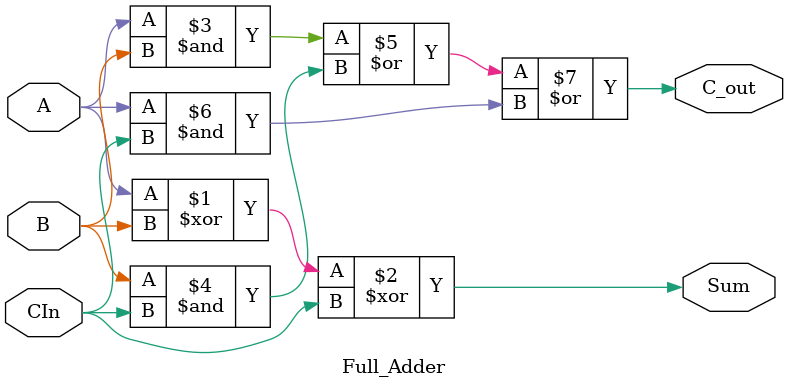
<source format=v>
`timescale 1ns / 1ps
module Full_Adder(A,B,CIn,Sum,C_out);

input A,B,CIn;
output Sum,C_out;

assign Sum = A ^ B ^ CIn;
assign C_out = (A & B) | (B & CIn) | (A & CIn);

endmodule
</source>
